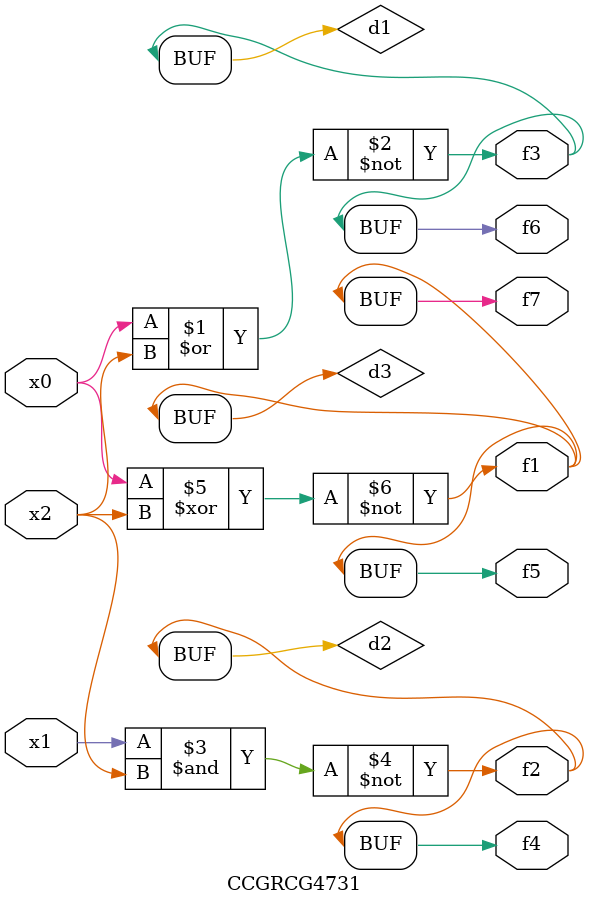
<source format=v>
module CCGRCG4731(
	input x0, x1, x2,
	output f1, f2, f3, f4, f5, f6, f7
);

	wire d1, d2, d3;

	nor (d1, x0, x2);
	nand (d2, x1, x2);
	xnor (d3, x0, x2);
	assign f1 = d3;
	assign f2 = d2;
	assign f3 = d1;
	assign f4 = d2;
	assign f5 = d3;
	assign f6 = d1;
	assign f7 = d3;
endmodule

</source>
